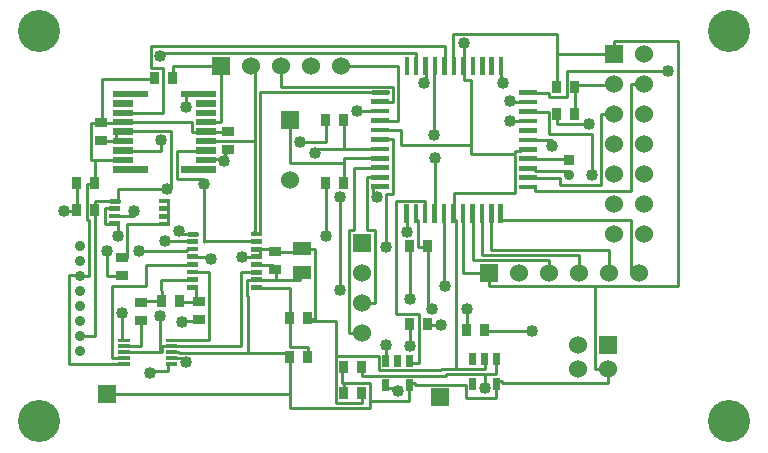
<source format=gbr>
G04 start of page 3 for group 1 idx 3
G04 Title: (unknown), component *
G04 Creator: pcb 20070208 *
G04 CreationDate: Fri Aug 31 23:19:37 2007 UTC *
G04 For: sean *
G04 Format: Gerber/RS-274X *
G04 PCB-Dimensions: 250000 150000 *
G04 PCB-Coordinate-Origin: lower left *
%MOIN*%
%FSLAX24Y24*%
%LNFRONT*%
%ADD11C,0.0100*%
%ADD12R,0.0600X0.0600*%
%ADD13C,0.0360*%
%ADD14C,0.0600*%
%ADD15R,0.0360X0.0360*%
%ADD16C,0.1400*%
%ADD17C,0.0400*%
%ADD18C,0.0380*%
%ADD19C,0.0200*%
%ADD20C,0.0280*%
%ADD21C,0.0900*%
%ADD22C,0.1250*%
%ADD23R,0.0240X0.0240*%
%ADD24R,0.0300X0.0300*%
%ADD25R,0.0450X0.0450*%
%ADD26R,0.0160X0.0160*%
%ADD27C,0.0160*%
%ADD28R,0.0216X0.0216*%
%ADD29R,0.0118X0.0118*%
%ADD30C,0.0150*%
%ADD31R,0.0150X0.0150*%
G54D11*X12885Y8345D02*Y4570D01*
X13350Y5059D02*X13345D01*
X13350Y6800D02*Y5059D01*
X11330Y7370D02*Y3950D01*
X11750D01*
X11925Y7370D02*X12180D01*
Y4950D01*
X11750D01*
X11010Y8475D02*Y5370D01*
X12120Y8475D02*X12245D01*
X13240Y7690D02*Y7320D01*
X12120Y9130D02*X11925D01*
X12120Y9450D02*X11490D01*
X11925Y9130D02*Y7370D01*
X11490Y9450D02*Y7370D01*
X10550Y7180D02*Y8900D01*
X12120Y8820D02*Y8475D01*
X11150Y9599D02*Y9000D01*
X13860Y8345D02*X12885D01*
X12565Y8570D02*X12785D01*
X11490Y7370D02*X11330D01*
X12565Y6810D02*Y8570D01*
X13550Y7690D02*X13624D01*
Y6800D01*
X13860Y8150D02*X13850D01*
X12310Y3170D02*Y2696D01*
X12550Y3530D02*Y3100D01*
X11099Y2750D02*X11150D01*
X10880Y3170D02*X12310D01*
X10880Y1619D02*X11750D01*
Y1900D01*
X12030Y1669D02*Y2270D01*
X11150D02*X12030D01*
X11099D02*X11150D01*
X11099D02*Y2750D01*
X11150Y2270D02*Y2000D01*
X13624Y6800D02*X13950D01*
Y4739D01*
X15250D02*Y4100D01*
X14885Y2745D02*X15840D01*
X14390D02*X14885D01*
X13350Y4200D02*Y3490D01*
X14380Y4200D02*X13950D01*
Y4739D02*X14100D01*
X14490Y5519D02*X14525D01*
X17428Y4000D02*X15850D01*
X16000Y5950D02*X15120D01*
Y7690D01*
X14490D02*Y5519D01*
X14885Y2745D02*Y7690D01*
X16000Y5519D02*Y5950D01*
X19519Y2750D02*Y5519D01*
X16000D01*
X15840Y2745D02*Y2990D01*
X14560Y2570D02*Y2523D01*
X15840Y2570D02*X14560D01*
X16230Y2990D02*Y2570D01*
Y2330D02*X16415D01*
Y2275D01*
X15840Y2570D02*Y2110D01*
X16230Y2570D02*X15840D01*
X16415Y2275D02*X19950D01*
Y2750D01*
X19519D01*
X13520Y2220D02*X15210D01*
Y1779D01*
X16230D01*
Y2170D01*
X12885Y4570D02*X13665D01*
Y2940D01*
X13330D01*
Y2280D02*X13520D01*
Y2220D01*
X13350Y3490D02*X13345D01*
X12310Y2696D02*X14390D01*
X14560Y2523D02*X11750D01*
Y2750D01*
X14390Y2745D02*Y2696D01*
X12550Y2120D02*X12940D01*
Y2000D01*
X12030Y1669D02*X13330D01*
Y2120D01*
X10880Y3170D02*Y1619D01*
X9950Y4350D02*X10880D01*
Y3170D01*
X3693Y3105D02*X3420D01*
X5543Y3302D02*X5672D01*
X5035D02*X5088D01*
X3968D02*X5035D01*
X5672D02*Y3284D01*
X5543Y3105D02*Y3100D01*
X5520Y3105D02*X5543Y3100D01*
X5520Y3105D01*
X5900Y2960D02*Y3100D01*
X5543D02*X5900D01*
X5080Y4620D02*X5035D01*
Y4500D02*X5080Y4620D01*
X5035D02*Y4500D01*
X5060Y4950D02*X5080D01*
X5088Y3302D02*Y3499D01*
X5268D01*
X5035Y4500D02*Y3302D01*
X5080Y5000D02*X5060Y5700D01*
X5080Y5000D02*X5060Y4950D01*
X1980Y5860D02*Y2920D01*
X2350Y3850D02*X2850D01*
X2350Y5850D02*Y5860D01*
X1980D02*X2350D01*
Y5850D02*X2660D01*
X3940Y3499D02*X3968Y3500D01*
X3940Y3499D01*
X1980Y2920D02*X3693D01*
X3250Y5850D02*X3700D01*
X3968Y3499D02*Y3500D01*
X4450Y4360D02*Y4300D01*
Y4960D02*Y5000D01*
X5080D01*
X3420Y5510D02*X4541D01*
X3968Y3500D02*X4400D01*
Y4360D01*
X4450Y4300D02*X4400Y4360D01*
X4440Y4960D02*X4450Y5000D01*
X4440Y4960D01*
X3420Y3105D02*Y5510D01*
X3740Y4620D02*Y3696D01*
X10192Y4400D02*X9950D01*
X10192Y6750D02*Y4400D01*
X9350D02*Y3470D01*
X9950D01*
Y3200D01*
X9350Y5450D02*Y4500D01*
X9680Y5950D02*Y5705D01*
Y6750D02*Y6650D01*
X9350Y3100D02*Y1900D01*
Y1439D01*
X12030D01*
Y1669D01*
X9820Y6750D02*X10192D01*
X8900Y6650D02*X9680D01*
X8800Y6730D02*Y6650D01*
X8340Y5450D02*X9350D01*
X8900Y5705D02*Y6050D01*
X8340Y5705D02*X8900D01*
X8800Y6220D02*Y6050D01*
X8340Y6220D02*X8800D01*
X8900Y5705D02*X9680D01*
X8340Y5710D02*Y5705D01*
Y6730D02*X8800D01*
X3800Y6450D02*X3930D01*
X4541Y6220D02*Y5510D01*
Y6220D02*X6000D01*
Y5700D02*X5060D01*
X5919Y6680D02*X4320D01*
Y6679D01*
X2580Y7705D02*X2660D01*
Y5850D02*Y7705D01*
X3620Y7580D02*Y7185D01*
X2850Y3850D02*Y8000D01*
X3200Y7570D02*Y7580D01*
X3250Y6670D02*Y5850D01*
X3620Y7185D02*X3610D01*
X2580Y8900D02*Y7705D01*
Y8900D02*X2850D01*
X2250Y8100D02*Y8900D01*
X1830Y8000D02*X2250D01*
X3400Y7580D02*X3200D01*
Y7570D01*
Y8090D02*X3400D01*
X3200Y7580D02*Y8090D01*
X2850Y8100D02*Y8350D01*
X3400D01*
X3620D02*Y8731D01*
X5290Y8340D02*Y8160D01*
X6000Y6220D02*Y6250D01*
X5919Y6740D02*X6000D01*
X5919D02*Y6680D01*
X5269Y8731D02*X5269D01*
X5385D01*
X5269D02*X5269D01*
X6490Y9062D02*Y8893D01*
Y6990D01*
Y9062D02*Y8893D01*
Y9062D02*X5590D01*
X6200Y5710D02*X6220Y5700D01*
Y5710D02*Y5700D01*
Y5460D02*Y5450D01*
X6000Y6990D02*X5180D01*
Y7005D02*Y6990D01*
X6000Y7250D02*X5650D01*
Y7330D01*
X5760Y4320D02*Y4340D01*
X6270D01*
X5680Y4960D02*X6220D01*
X3620Y7840D02*X4160D01*
Y7835D01*
Y7840D02*Y7835D01*
Y8000D02*Y7840D01*
X3930Y7570D02*Y6450D01*
Y7570D02*X5070D01*
X3620Y8731D02*X5269D01*
X8340Y6480D02*Y6730D01*
X8120Y7320D02*Y7240D01*
Y7320D02*X8190D01*
X8120Y6990D02*X6490D01*
Y6985D01*
Y6990D02*Y6985D01*
X7730Y5960D02*X8120D01*
X7759Y6480D02*X8120D01*
X6000Y6220D02*Y6250D01*
X6650Y5970D02*X6220D01*
Y6480D02*X6710D01*
Y6419D01*
X9350Y1900D02*X3250D01*
X5672Y3284D02*X7960D01*
X9350D01*
X7730Y3499D02*Y5960D01*
X7920Y5710D02*Y5180D01*
Y5710D02*X8120D01*
X7920Y5180D02*X7960D01*
Y3284D02*Y5180D01*
X6270Y4380D02*Y4340D01*
X6220Y4960D02*Y5450D01*
Y5460D02*Y5480D01*
Y5460D02*Y5450D01*
X6000Y5710D02*Y5700D01*
X6220Y5460D02*Y5480D01*
Y5450D02*Y5460D01*
X6650Y3696D02*Y5970D01*
X5543Y3499D02*X7730D01*
Y3499D01*
Y3499D01*
X4680Y2600D02*Y2660D01*
X3693Y2908D02*Y2920D01*
X5280Y2660D02*Y2908D01*
X4680Y2660D02*X5280D01*
X5543Y3696D02*X6650D01*
X7200Y9750D02*Y9950D01*
X6102Y10650D02*X6331D01*
X5590Y10020D02*X6331D01*
X6783Y9705D02*Y9750D01*
X7200D01*
X7250Y10050D02*Y9950D01*
Y10050D02*Y9950D01*
Y10050D02*Y9950D01*
Y10050D02*Y9950D01*
Y10050D02*Y9950D01*
Y10050D02*Y9950D01*
Y10050D02*Y9950D01*
Y10050D02*Y9950D01*
X4008Y10965D02*X6102D01*
X4008Y10680D02*Y10650D01*
X5385Y10680D02*X4008D01*
X5130Y11279D02*X4008D01*
X5055Y10360D02*Y10020D01*
X4008D02*X5055D01*
X6783Y10650D02*X7250D01*
X8190Y10335D02*X6783D01*
X6102Y10965D02*Y10650D01*
X5886Y11461D02*Y11909D01*
X5130Y12770D02*Y11279D01*
X7050Y12850D02*Y10965D01*
X6783D01*
X4710Y12770D02*X5130D01*
X8050Y12850D02*X8190D01*
Y10335D02*Y12850D01*
X5450D02*Y12500D01*
Y12850D02*X7050D01*
X5385Y8731D02*Y10680D01*
X5590Y10020D02*Y9062D01*
X5030Y13275D02*X13560D01*
Y13080D01*
X14510Y13500D02*X4710D01*
X11605Y11340D02*X12120D01*
X12785Y12155D02*Y11650D01*
X12580D01*
X13880Y12620D02*Y12264D01*
X13817D01*
X12120Y10080D02*X11150D01*
X12120Y9760D02*X11150D01*
X12965Y12850D02*X11050D01*
X12580Y11020D02*X12965D01*
Y12850D01*
X11150Y9599D02*X9350D01*
X10550Y10314D02*X9680D01*
X10550D02*Y11000D01*
X8340Y11960D02*X12120D01*
X9050Y12155D02*X12785D01*
X9050Y12850D02*Y12155D01*
X8190Y7320D02*Y10335D01*
X8340Y7240D02*Y11960D01*
X9350Y9599D02*Y11050D01*
X14180Y8150D02*Y9785D01*
X5290Y8160D02*Y8080D01*
Y8160D01*
Y7910D02*Y7830D01*
Y7910D01*
Y7570D02*Y7830D01*
Y7910D02*Y8080D01*
X2730Y10950D02*X3000D01*
X3100Y12400D02*Y10950D01*
X5030Y13275D02*Y13180D01*
X4710Y13500D02*Y12770D01*
X3100Y12400D02*X4850D01*
X3100Y10335D02*Y10350D01*
X2730Y10950D02*Y9705D01*
X2850Y9000D02*Y9705D01*
X3555Y10650D02*Y10335D01*
X3100D02*X3555D01*
X3100Y10950D02*X3555D01*
Y10965D01*
X2850Y9705D02*X3555D01*
X2730D02*X2850D01*
X13050Y10710D02*X12580D01*
X12785Y10390D02*X12580D01*
X13050Y10710D02*Y10219D01*
X11150Y9760D02*Y9599D01*
X10202Y10080D02*Y9929D01*
Y10080D02*X11150D01*
Y11000D01*
X13860Y8150D02*X13850D01*
X13860D02*Y8345D01*
X16070Y7690D02*Y6710D01*
X15750Y7690D02*Y6540D01*
X15440Y7690D02*Y6370D01*
X14810Y7690D02*X14885D01*
X14810Y8150D02*Y8610D01*
X15440Y6370D02*X18000D01*
X16380Y7690D02*X20730D01*
Y5950D02*X21000D01*
X20000Y6710D02*Y5950D01*
X19000Y6540D02*Y5950D01*
X20730Y7690D02*Y5950D01*
X16070Y6710D02*X20000D01*
X15750Y6540D02*X19000D01*
X18000Y6370D02*Y5950D01*
X17510Y11950D02*X17980D01*
X20730Y12250D02*X21150D01*
X18850Y11300D02*Y12100D01*
X18580Y12670D02*X21957D01*
Y12669D01*
X20150Y13250D02*X18250D01*
X20150Y13670D02*Y13250D01*
X20730Y8686D02*Y12250D01*
X19730Y11250D02*X20150D01*
X19326Y10905D02*X18250D01*
X17980Y10560D02*X19410D01*
X18250Y10905D02*Y11200D01*
X18350Y9120D02*Y8873D01*
X19730D01*
Y11250D02*Y8873D01*
X19410Y10560D02*Y9193D01*
X18097Y10380D02*Y10170D01*
X14510Y13080D02*Y13500D01*
X14785Y13080D02*X14820D01*
X14785Y13920D02*Y13080D01*
X18250Y13920D02*Y13250D01*
X14785Y13920D02*X18250D01*
X14810Y8610D02*X16850D01*
Y9850D01*
Y10000D02*Y9900D01*
X17980Y11320D02*Y10560D01*
X18097Y10380D02*X17510D01*
X15140Y12372D02*Y12620D01*
X14820Y12650D02*X14800D01*
X17050Y11640D02*X16705D01*
Y11670D02*Y11640D01*
X17050Y10060D02*Y10000D01*
Y11010D02*X16705D01*
Y11015D02*Y11010D01*
X17510Y11320D02*X17980D01*
X15380Y10219D02*X13050D01*
X14150Y12650D02*Y10550D01*
X14190Y12650D02*X14150D01*
X12785Y8570D02*Y10390D01*
X18650Y9750D02*Y9700D01*
X17510Y9430D02*Y9355D01*
Y9750D02*X18650D01*
X17510Y9355D02*X18650D01*
X17510Y8810D02*Y8686D01*
X20730D01*
X18650Y9355D02*Y9200D01*
X17510Y9120D02*X18350D01*
X15750Y9900D02*X15770D01*
X15750D01*
X16850D02*X15770D01*
X15380D02*X15750D01*
X17050Y10000D02*X16850D01*
X17100Y10060D02*X17050Y10000D01*
X17100Y10060D01*
X15140Y13600D02*Y13080D01*
X15380Y9900D02*Y10219D01*
Y12372D01*
X14104Y9785D02*X14180D01*
X14104D01*
X22288Y13670D02*X20150D01*
Y12200D02*Y12250D01*
X18850Y12200D02*X20150D01*
X18250Y13250D02*Y12200D01*
X17980Y11950D02*Y11819D01*
X18580D01*
Y12670D02*Y11819D01*
X19519Y5519D02*X22288D01*
Y13670D01*
X16390Y12620D02*Y12264D01*
X16465D01*
X15140Y12372D02*X15380D01*
G54D12*X3250Y1900D03*
G54D13*X2350Y6850D03*
Y6350D03*
Y5850D03*
Y5350D03*
Y4850D03*
Y4350D03*
Y3850D03*
Y3350D03*
G54D14*X20150Y11250D03*
X21150D03*
X20150Y10250D03*
X21150D03*
G54D12*X9350Y11050D03*
X20150Y13250D03*
G54D14*X21150D03*
X20150Y12250D03*
X21150D03*
X10050Y12850D03*
X11050D03*
X20150Y9250D03*
X9350Y9050D03*
G54D13*X18650Y9200D03*
G54D15*Y9700D03*
G54D14*X21150Y8250D03*
Y7250D03*
G54D12*X7050Y12850D03*
G54D14*X8050D03*
X9050D03*
X21150Y9250D03*
X20150Y8250D03*
Y7250D03*
G54D12*X14350Y1800D03*
G54D14*X11750Y5950D03*
Y4950D03*
Y3950D03*
G54D12*X19950Y3550D03*
G54D14*Y2750D03*
X18950Y3550D03*
Y2750D03*
G54D12*X11750Y6950D03*
X16000Y5950D03*
G54D14*X17000D03*
X18000D03*
X19000D03*
X20000D03*
X21000D03*
G54D16*X24000Y1000D03*
G54D17*X17428Y4000D03*
X15840Y2110D03*
X13345Y3490D03*
X12550Y3530D03*
G54D16*X1000Y14000D03*
G54D17*X5030Y13180D03*
X3610Y7185D03*
X10550Y7180D03*
X10202Y9929D03*
X9680Y10314D03*
X12245Y8475D03*
X11010D03*
X4160Y8000D03*
X1830D03*
X5055Y10360D03*
X5269Y8731D03*
X6490Y8893D03*
X7160Y9680D03*
X5180Y7005D03*
X5650Y7330D03*
X11605Y11340D03*
X5886Y11461D03*
X12940Y2000D03*
X12565Y6810D03*
G54D16*X1000Y1000D03*
G54D17*X3250Y6670D03*
X4320Y6679D03*
X3740Y4620D03*
X5760Y4320D03*
X5035Y4500D03*
X6710Y6419D03*
X11010Y5370D03*
X7759Y6480D03*
X4680Y2600D03*
X5900Y2960D03*
X13345Y5059D03*
X15140Y13600D03*
X14150Y10550D03*
X14180Y9785D03*
X13817Y12264D03*
X14100Y4739D03*
X14380Y4200D03*
X14525Y5519D03*
X15250Y4739D03*
X13240Y7320D03*
G54D16*X24000Y14000D03*
G54D17*X21957Y12669D03*
X16705Y11015D03*
Y11670D03*
X16465Y12264D03*
X19326Y10905D03*
X19410Y9193D03*
X18097Y10170D03*
G54D23*X12550Y2280D02*Y2120D01*
X13330Y2280D02*Y2120D01*
Y3100D02*Y2940D01*
X12940Y3100D02*Y2940D01*
X12550Y3100D02*Y2940D01*
G54D24*X13350Y4300D02*Y4200D01*
G54D23*X15450Y2330D02*Y2170D01*
X16230Y2330D02*Y2170D01*
Y3150D02*Y2990D01*
X15840Y3150D02*Y2990D01*
X15450Y3150D02*Y2990D01*
G54D24*X15250Y4100D02*Y4000D01*
X15850Y4100D02*Y4000D01*
X13950Y4300D02*Y4200D01*
X11150Y2000D02*Y1900D01*
X11750Y2000D02*Y1900D01*
X11150Y2850D02*Y2750D01*
X11750Y2850D02*Y2750D01*
X9350Y3200D02*Y3100D01*
X9950Y3200D02*Y3100D01*
X9350Y4500D02*Y4400D01*
X9950Y4500D02*Y4400D01*
X10550Y9000D02*Y8900D01*
X11150Y9000D02*Y8900D01*
G54D25*X9680Y6750D02*X9820D01*
X9680Y5950D02*X9820D01*
G54D24*X8800Y6650D02*X8900D01*
X8800Y6050D02*X8900D01*
G54D26*X8120Y5450D02*X8340D01*
X8120Y5710D02*X8340D01*
X8120Y5960D02*X8340D01*
X8120Y6220D02*X8340D01*
X8120Y6480D02*X8340D01*
X8120Y6730D02*X8340D01*
X8120Y6990D02*X8340D01*
X8120Y7240D02*X8340D01*
G54D27*X3400Y8350D02*X3620D01*
G54D28*X5819Y9390D02*X6783D01*
X3555D02*X4520D01*
G54D26*X3400Y8090D02*X3620D01*
G54D28*X3555Y9705D02*X4008D01*
G54D24*X3700Y5850D02*X3800D01*
X3700Y6450D02*X3800D01*
G54D26*X3400Y7840D02*X3620D01*
G54D24*X2250Y8100D02*Y8000D01*
X2850Y8100D02*Y8000D01*
X2250Y9000D02*Y8900D01*
X2850Y9000D02*Y8900D01*
G54D26*X3400Y7580D02*X3620D01*
X5070Y7570D02*X5290D01*
X5070Y7830D02*X5290D01*
X5070Y8080D02*X5290D01*
X5070Y8340D02*X5290D01*
G54D24*X4850Y12500D02*Y12400D01*
X5450Y12500D02*Y12400D01*
G54D28*X3555Y11909D02*X4520D01*
X3555Y10020D02*X4008D01*
X3555Y10335D02*X4008D01*
X3555Y10650D02*X4008D01*
X3555Y10965D02*X4008D01*
X3555Y11279D02*X4008D01*
X5819Y11909D02*X6783D01*
X6331Y10335D02*X6783D01*
X6331Y10650D02*X6783D01*
X6330Y10965D02*X6783D01*
X6331Y11279D02*X6783D01*
X6331Y11594D02*X6783D01*
G54D29*X3693Y3696D02*X3968D01*
X3693Y3499D02*X3968D01*
X3693Y3302D02*X3968D01*
X3693Y3105D02*X3968D01*
X3693Y2908D02*X3968D01*
X5268D02*X5543D01*
X5268Y3105D02*X5543D01*
X5268Y3302D02*X5543D01*
X5268Y3499D02*X5543D01*
X5268Y3696D02*X5543D01*
G54D24*X4350Y4960D02*X4450D01*
X4350Y4360D02*X4450D01*
X5080Y5050D02*Y4950D01*
X5680Y5050D02*Y4950D01*
G54D28*X6331Y9705D02*X6783D01*
G54D27*X6000Y7250D02*X6220D01*
G54D26*X6000Y6990D02*X6220D01*
X6000Y6740D02*X6220D01*
X6000Y6480D02*X6220D01*
X6000Y6220D02*X6220D01*
X6000Y5970D02*X6220D01*
X6000Y5710D02*X6220D01*
X6000Y5460D02*X6220D01*
G54D24*X6270Y4980D02*X6370D01*
X6270Y4380D02*X6370D01*
G54D28*X3555Y11594D02*X4008D01*
G54D24*X3000Y10950D02*X3100D01*
X3000Y10350D02*X3100D01*
G54D28*X6331Y10020D02*X6783D01*
G54D24*X7250Y10650D02*X7350D01*
X7250Y10050D02*X7350D01*
X10550Y11100D02*Y11000D01*
X11150Y11100D02*Y11000D01*
G54D30*X12120Y11960D02*X12580D01*
G54D31*X12120Y11650D02*X12580D01*
X12120Y11340D02*X12580D01*
X12120Y11020D02*X12580D01*
X12120Y10710D02*X12580D01*
X12120Y10390D02*X12580D01*
X12120Y10080D02*X12580D01*
X12120Y9760D02*X12580D01*
X12120Y9450D02*X12580D01*
X12120Y9130D02*X12580D01*
G54D24*X13350Y6900D02*Y6800D01*
X13950Y6900D02*Y6800D01*
G54D31*X12120Y8820D02*X12580D01*
X13240Y8150D02*Y7690D01*
X13550Y8150D02*Y7690D01*
X13860Y8150D02*Y7690D01*
X14180Y8150D02*Y7690D01*
X14490Y8150D02*Y7690D01*
X14810Y8150D02*Y7690D01*
X15120Y8150D02*Y7690D01*
X15440Y8150D02*Y7690D01*
X15750Y8150D02*Y7690D01*
X16070Y8150D02*Y7690D01*
X16380Y8150D02*Y7690D01*
X17050Y8810D02*X17510D01*
X17050Y9120D02*X17510D01*
X17050Y9430D02*X17510D01*
G54D24*X18250Y11300D02*Y11200D01*
Y12200D02*Y12100D01*
X18850Y11300D02*Y11200D01*
Y12200D02*Y12100D01*
G54D31*X17050Y9750D02*X17510D01*
X17050Y10060D02*X17510D01*
X17050Y10380D02*X17510D01*
X17050Y10690D02*X17510D01*
X17050Y11010D02*X17510D01*
X17050Y11320D02*X17510D01*
X17050Y11640D02*X17510D01*
X17050Y11950D02*X17510D01*
X16390Y13080D02*Y12620D01*
X16080Y13080D02*Y12620D01*
X15770Y13080D02*Y12620D01*
X15450Y13080D02*Y12620D01*
X15140Y13080D02*Y12620D01*
X14820Y13080D02*Y12620D01*
X14510Y13080D02*Y12620D01*
X14190Y13080D02*Y12620D01*
X13880Y13080D02*Y12620D01*
X13560Y13080D02*Y12620D01*
X13250Y13080D02*Y12620D01*
G54D18*G54D19*G54D18*G54D20*G54D18*G54D20*G54D19*G54D18*G54D20*G54D21*G54D18*G54D22*G54D19*G54D22*G54D19*G54D22*G54D19*G54D22*G54D19*M02*

</source>
